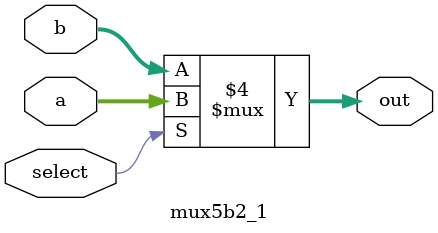
<source format=v>

module mux5b2_1 (a, b, select, out);
  input [4:0] a, b;
  input select;
  output reg [4:0] out;
  always @ (a or b or select)
  begin
    if (select == 1)
      out = a;
    else 
      out = b;
  end
endmodule
</source>
